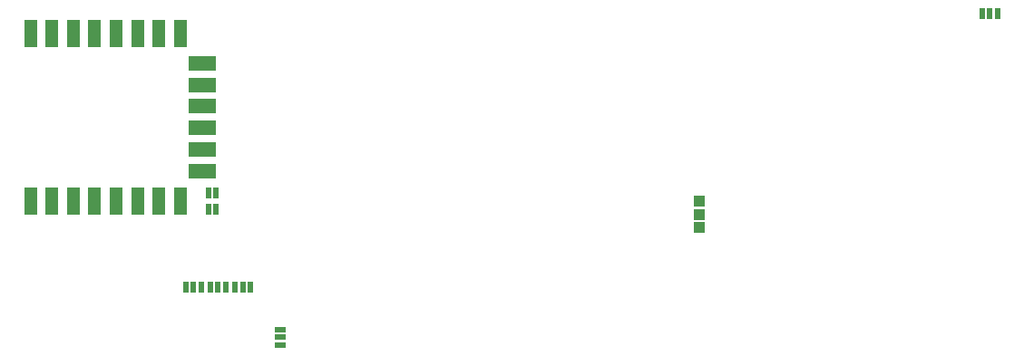
<source format=gbp>
G04 Layer_Color=128*
%FSLAX44Y44*%
%MOMM*%
G71*
G01*
G75*
%ADD83R,1.0000X1.0000*%
%ADD84R,0.5000X1.0000*%
%ADD85R,1.0000X0.5000*%
%ADD86R,1.1430X2.5400*%
%ADD87R,2.5400X1.3970*%
D83*
X633200Y147200D02*
D03*
Y171200D02*
D03*
Y159200D02*
D03*
D84*
X154000Y91000D02*
D03*
X168000D02*
D03*
X161000D02*
D03*
X904500Y346500D02*
D03*
X897500D02*
D03*
X911500D02*
D03*
X177000Y91000D02*
D03*
X191000D02*
D03*
X184000D02*
D03*
X207000D02*
D03*
X214000D02*
D03*
X200000D02*
D03*
X182000Y179500D02*
D03*
X175000D02*
D03*
Y163500D02*
D03*
X182000D02*
D03*
D85*
X242000Y37182D02*
D03*
Y51182D02*
D03*
Y44182D02*
D03*
D86*
X128550Y327862D02*
D03*
X148870Y171652D02*
D03*
X8916Y327862D02*
D03*
X28728D02*
D03*
X48794D02*
D03*
X68606D02*
D03*
X88926D02*
D03*
X108738D02*
D03*
X148616D02*
D03*
X128804Y171652D02*
D03*
X108992D02*
D03*
X88926Y171906D02*
D03*
X68860D02*
D03*
X49048D02*
D03*
X28728D02*
D03*
X8916D02*
D03*
D87*
X169444Y299922D02*
D03*
Y280110D02*
D03*
Y260298D02*
D03*
Y239978D02*
D03*
Y220166D02*
D03*
Y199846D02*
D03*
M02*

</source>
